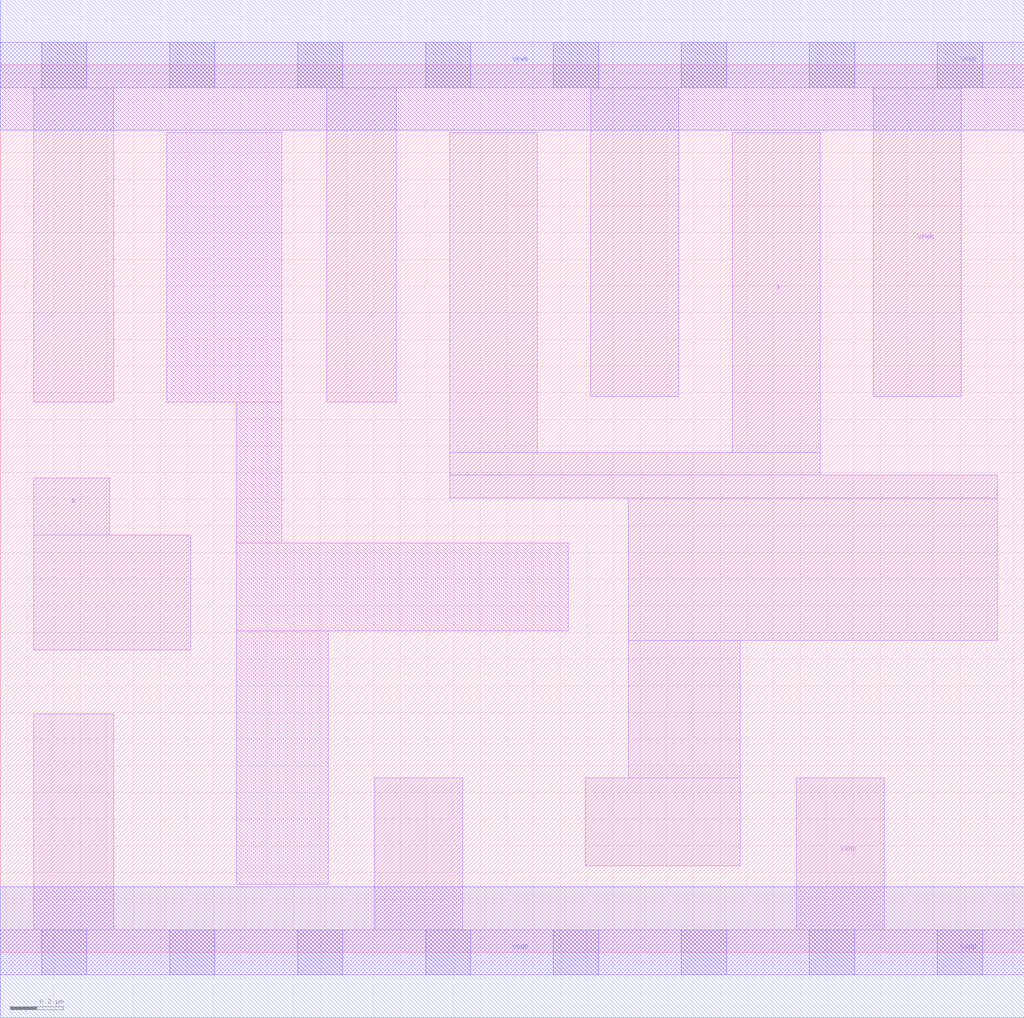
<source format=lef>
# Copyright 2020 The SkyWater PDK Authors
#
# Licensed under the Apache License, Version 2.0 (the "License");
# you may not use this file except in compliance with the License.
# You may obtain a copy of the License at
#
#     https://www.apache.org/licenses/LICENSE-2.0
#
# Unless required by applicable law or agreed to in writing, software
# distributed under the License is distributed on an "AS IS" BASIS,
# WITHOUT WARRANTIES OR CONDITIONS OF ANY KIND, either express or implied.
# See the License for the specific language governing permissions and
# limitations under the License.
#
# SPDX-License-Identifier: Apache-2.0

VERSION 5.7 ;
  NAMESCASESENSITIVE ON ;
  NOWIREEXTENSIONATPIN ON ;
  DIVIDERCHAR "/" ;
  BUSBITCHARS "[]" ;
UNITS
  DATABASE MICRONS 200 ;
END UNITS
MACRO sky130_fd_sc_lp__clkbuflp_4
  CLASS CORE ;
  SOURCE USER ;
  FOREIGN sky130_fd_sc_lp__clkbuflp_4 ;
  ORIGIN  0.000000  0.000000 ;
  SIZE  3.840000 BY  3.330000 ;
  SYMMETRY X Y R90 ;
  SITE unit ;
  PIN A
    ANTENNAGATEAREA  0.692000 ;
    DIRECTION INPUT ;
    USE SIGNAL ;
    PORT
      LAYER li1 ;
        RECT 0.125000 1.135000 0.715000 1.565000 ;
        RECT 0.125000 1.565000 0.410000 1.780000 ;
    END
  END A
  PIN X
    ANTENNADIFFAREA  0.714000 ;
    DIRECTION OUTPUT ;
    USE SIGNAL ;
    PORT
      LAYER li1 ;
        RECT 1.685000 1.705000 3.740000 1.790000 ;
        RECT 1.685000 1.790000 3.075000 1.875000 ;
        RECT 1.685000 1.875000 2.015000 3.075000 ;
        RECT 2.195000 0.325000 2.775000 0.655000 ;
        RECT 2.355000 0.655000 2.775000 1.170000 ;
        RECT 2.355000 1.170000 3.740000 1.705000 ;
        RECT 2.745000 1.875000 3.075000 3.075000 ;
    END
  END X
  PIN VGND
    DIRECTION INOUT ;
    USE GROUND ;
    PORT
      LAYER li1 ;
        RECT 0.000000 -0.085000 3.840000 0.085000 ;
        RECT 0.125000  0.085000 0.425000 0.895000 ;
        RECT 1.405000  0.085000 1.735000 0.655000 ;
        RECT 2.985000  0.085000 3.315000 0.655000 ;
      LAYER mcon ;
        RECT 0.155000 -0.085000 0.325000 0.085000 ;
        RECT 0.635000 -0.085000 0.805000 0.085000 ;
        RECT 1.115000 -0.085000 1.285000 0.085000 ;
        RECT 1.595000 -0.085000 1.765000 0.085000 ;
        RECT 2.075000 -0.085000 2.245000 0.085000 ;
        RECT 2.555000 -0.085000 2.725000 0.085000 ;
        RECT 3.035000 -0.085000 3.205000 0.085000 ;
        RECT 3.515000 -0.085000 3.685000 0.085000 ;
      LAYER met1 ;
        RECT 0.000000 -0.245000 3.840000 0.245000 ;
    END
  END VGND
  PIN VPWR
    DIRECTION INOUT ;
    USE POWER ;
    PORT
      LAYER li1 ;
        RECT 0.000000 3.245000 3.840000 3.415000 ;
        RECT 0.125000 2.065000 0.425000 3.245000 ;
        RECT 1.225000 2.065000 1.485000 3.245000 ;
        RECT 2.215000 2.085000 2.545000 3.245000 ;
        RECT 3.275000 2.085000 3.605000 3.245000 ;
      LAYER mcon ;
        RECT 0.155000 3.245000 0.325000 3.415000 ;
        RECT 0.635000 3.245000 0.805000 3.415000 ;
        RECT 1.115000 3.245000 1.285000 3.415000 ;
        RECT 1.595000 3.245000 1.765000 3.415000 ;
        RECT 2.075000 3.245000 2.245000 3.415000 ;
        RECT 2.555000 3.245000 2.725000 3.415000 ;
        RECT 3.035000 3.245000 3.205000 3.415000 ;
        RECT 3.515000 3.245000 3.685000 3.415000 ;
      LAYER met1 ;
        RECT 0.000000 3.085000 3.840000 3.575000 ;
    END
  END VPWR
  OBS
    LAYER li1 ;
      RECT 0.625000 2.065000 1.055000 3.075000 ;
      RECT 0.885000 0.255000 1.230000 1.205000 ;
      RECT 0.885000 1.205000 2.130000 1.535000 ;
      RECT 0.885000 1.535000 1.055000 2.065000 ;
  END
END sky130_fd_sc_lp__clkbuflp_4

</source>
